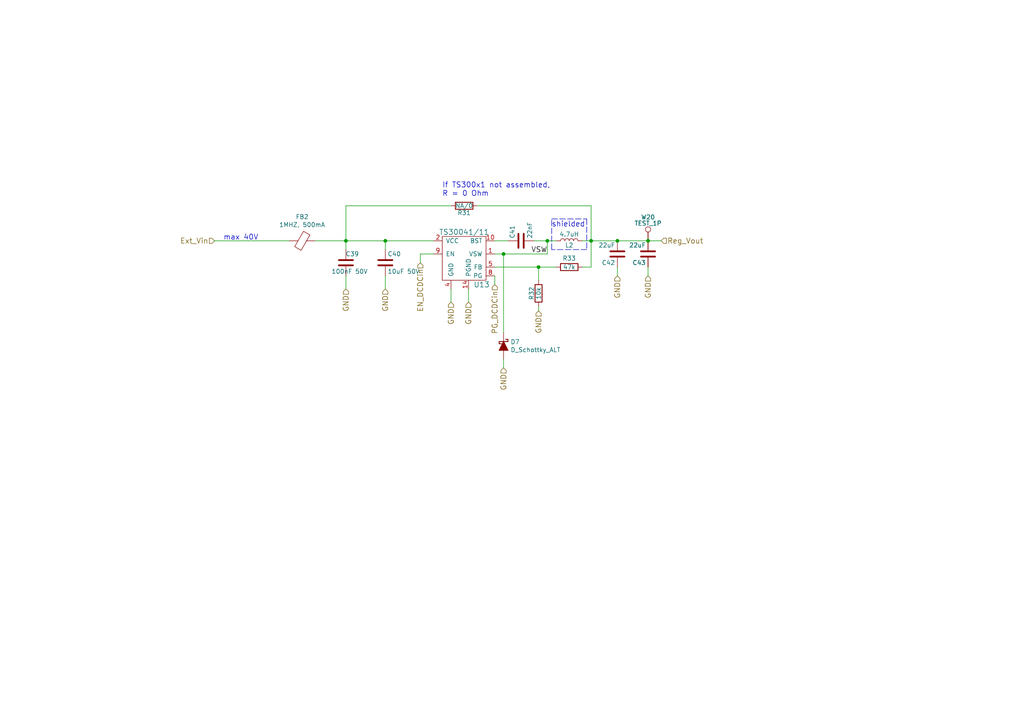
<source format=kicad_sch>
(kicad_sch (version 20231120) (generator "eeschema") (generator_version "8.0")
  (paper "A4")
  (lib_symbols
    (symbol "Connector:TestPoint" (pin_numbers hide) (pin_names (offset 0.762) hide)
      (property "Reference" "TP" (at 0 6.858 0))
      (property "Value" "TestPoint" (at 0 5.08 0))
      (symbol "TestPoint_0_1"
        (circle (center 0 3.302) (radius 0.762))
      )
      (symbol "TestPoint_1_1"
        (pin passive line (at 0 0 90) (length 2.54) (name "1") (number "1"))
      )
    )
    (symbol "Device:C" (pin_numbers hide) (pin_names (offset 0.254))
      (property "Reference" "C" (at 0.635 2.54 0))
      (property "Value" "C" (at 0.635 -2.54 0))
      (symbol "C_0_1"
        (polyline (pts (xy -2.032 -0.762) (xy 2.032 -0.762)) (stroke (width 0.508)))
        (polyline (pts (xy -2.032 0.762) (xy 2.032 0.762)) (stroke (width 0.508)))
      )
      (symbol "C_1_1"
        (pin passive line (at 0 3.81 270) (length 2.794) (name "~") (number "1"))
        (pin passive line (at 0 -3.81 90) (length 2.794) (name "~") (number "2"))
      )
    )
    (symbol "Device:L" (pin_numbers hide) (pin_names (offset 1.016) hide)
      (property "Reference" "L" (at -1.27 0 90))
      (property "Value" "L" (at 1.905 0 90))
      (symbol "L_0_1"
        (arc (start 0 -2.54) (mid 0.6323 -1.905) (end 0 -1.27))
        (arc (start 0 -1.27) (mid 0.6323 -0.635) (end 0 0))
        (arc (start 0 0) (mid 0.6323 0.635) (end 0 1.27))
        (arc (start 0 1.27) (mid 0.6323 1.905) (end 0 2.54))
      )
      (symbol "L_1_1"
        (pin passive line (at 0 3.81 270) (length 1.27) (name "1") (number "1"))
        (pin passive line (at 0 -3.81 90) (length 1.27) (name "2") (number "2"))
      )
    )
    (symbol "Device:R" (pin_numbers hide) (pin_names (offset 0))
      (property "Reference" "R" (at 2.032 0 90))
      (property "Value" "R" (at 0 0 90))
      (symbol "R_0_1"
        (rectangle (start -1.016 -2.54) (end 1.016 2.54) (stroke (width 0.254)))
      )
      (symbol "R_1_1"
        (pin passive line (at 0 3.81 270) (length 1.27) (name "~") (number "1"))
        (pin passive line (at 0 -3.81 90) (length 1.27) (name "~") (number "2"))
      )
    )
    (symbol "RadIIS_Mainboard-rescue:D_Schottky_ALT-Device" (pin_numbers hide) (pin_names (offset 1.016) hide)
      (property "Reference" "D" (at 0 2.54 0))
      (property "Value" "D_Schottky_ALT-Device" (at 0 -2.54 0))
      (symbol "D_Schottky_ALT-Device_0_1"
        (polyline (pts (xy 1.27 0) (xy -1.27 0)))
        (polyline (pts (xy 1.27 1.27) (xy 1.27 -1.27) (xy -1.27 0) (xy 1.27 1.27)) (stroke (width 0.254)) (fill (type outline)))
        (polyline (pts (xy -1.905 0.635) (xy -1.905 1.27) (xy -1.27 1.27) (xy -1.27 -1.27) (xy -0.635 -1.27) (xy -0.635 -0.635)) (stroke (width 0.254)))
      )
      (symbol "D_Schottky_ALT-Device_1_1"
        (pin passive line (at -3.81 0 0) (length 2.54) (name "K") (number "1"))
        (pin passive line (at 3.81 0 180) (length 2.54) (name "A") (number "2"))
      )
    )
    (symbol "RadIIS_Mainboard-rescue:Ferrite_Bead-Device" (pin_numbers hide) (pin_names (offset 0))
      (property "Reference" "FB" (at -3.81 0.635 90))
      (property "Value" "Ferrite_Bead-Device" (at 3.81 0 90))
      (symbol "Ferrite_Bead-Device_0_1"
        (polyline (pts (xy 0 -1.27) (xy 0 -1.2192)))
        (polyline (pts (xy 0 1.27) (xy 0 1.2954)))
        (polyline (pts (xy -2.7686 0.4064) (xy -1.7018 2.2606) (xy 2.7686 -0.3048) (xy 1.6764 -2.159) (xy -2.7686 0.4064)))
      )
      (symbol "Ferrite_Bead-Device_1_1"
        (pin passive line (at 0 3.81 270) (length 2.54) (name "~") (number "1"))
        (pin passive line (at 0 -3.81 90) (length 2.54) (name "~") (number "2"))
      )
    )
    (symbol "RadIIS_Mainboard:TS30041_11" (pin_names (offset 1.016))
      (property "Reference" "U" (at 5.08 -7.62 0))
      (property "Value" "TS30041_11" (at 0 7.62 0))
      (symbol "TS30041_11_0_1"
        (rectangle (start -6.35 6.35) (end 6.35 -6.35))
      )
      (symbol "TS30041_11_1_1"
        (pin input line (at 8.89 1.27 180) (length 2.54) (name "VSW") (number "1"))
        (pin input line (at 8.89 5.08 180) (length 2.54) (name "BST") (number "10"))
        (pin input line (at -8.89 5.08 0) (length 2.54) hide (name "VCC") (number "11"))
        (pin input line (at 8.89 1.27 180) (length 2.54) hide (name "VSW") (number "12"))
        (pin input line (at 8.89 1.27 180) (length 2.54) hide (name "VSW") (number "13"))
        (pin input line (at 1.27 -8.89 90) (length 2.54) (name "PGND") (number "14"))
        (pin input line (at 1.27 -8.89 90) (length 2.54) hide (name "PGND") (number "15"))
        (pin input line (at 8.89 1.27 180) (length 2.54) hide (name "VSW") (number "16"))
        (pin input line (at -3.81 -8.89 90) (length 2.54) hide (name "GND") (number "17"))
        (pin input line (at -8.89 5.08 0) (length 2.54) (name "VCC") (number "2"))
        (pin input line (at -8.89 5.08 0) (length 2.54) hide (name "VCC") (number "3"))
        (pin input line (at -3.81 -8.89 90) (length 2.54) (name "GND") (number "4"))
        (pin input line (at 8.89 -2.54 180) (length 2.54) (name "FB") (number "5"))
        (pin input non_logic (at -2.54 -1.27 90) (length 2.54) hide (name "NC") (number "6"))
        (pin input non_logic (at -2.54 -1.27 90) (length 2.54) hide (name "NC") (number "7"))
        (pin input line (at 8.89 -5.08 180) (length 2.54) (name "PG") (number "8"))
        (pin input line (at -8.89 1.27 0) (length 2.54) (name "EN") (number "9"))
      )
    )
  )
  (junction (at 187.96 69.85))
  (junction (at 171.45 69.85))
  (junction (at 100.33 69.85))
  (junction (at 158.75 69.85))
  (junction (at 179.07 69.85))
  (junction (at 111.76 69.85))
  (junction (at 156.21 77.47))
  (junction (at 146.05 73.66))
  (wire (pts (xy 130.81 83.82) (xy 130.81 87.63)))
  (wire (pts (xy 154.94 69.85) (xy 158.75 69.85)))
  (wire (pts (xy 111.76 80.01) (xy 111.76 83.82)))
  (polyline (pts (xy 160.02 63.5) (xy 170.18 63.5)) (stroke (width 0) (type dash)))
  (wire (pts (xy 146.05 106.68) (xy 146.05 104.14)))
  (wire (pts (xy 111.76 72.39) (xy 111.76 69.85)))
  (wire (pts (xy 156.21 81.28) (xy 156.21 77.47)))
  (wire (pts (xy 156.21 77.47) (xy 161.29 77.47)))
  (wire (pts (xy 171.45 69.85) (xy 179.07 69.85)))
  (wire (pts (xy 83.82 69.85) (xy 62.23 69.85)))
  (wire (pts (xy 121.92 76.2) (xy 121.92 73.66)))
  (wire (pts (xy 187.96 69.85) (xy 191.77 69.85)))
  (wire (pts (xy 156.21 88.9) (xy 156.21 90.17)))
  (wire (pts (xy 161.29 69.85) (xy 158.75 69.85)))
  (wire (pts (xy 143.51 73.66) (xy 146.05 73.66)))
  (wire (pts (xy 143.51 69.85) (xy 147.32 69.85)))
  (polyline (pts (xy 170.18 63.5) (xy 170.18 72.39)) (stroke (width 0) (type dash)))
  (wire (pts (xy 168.91 77.47) (xy 171.45 77.47)))
  (wire (pts (xy 158.75 69.85) (xy 158.75 73.66)))
  (polyline (pts (xy 160.02 72.39) (xy 160.02 63.5)) (stroke (width 0) (type dash)))
  (wire (pts (xy 146.05 73.66) (xy 158.75 73.66)))
  (wire (pts (xy 135.89 83.82) (xy 135.89 87.63)))
  (wire (pts (xy 91.44 69.85) (xy 100.33 69.85)))
  (wire (pts (xy 100.33 69.85) (xy 111.76 69.85)))
  (wire (pts (xy 111.76 69.85) (xy 125.73 69.85)))
  (wire (pts (xy 138.43 59.69) (xy 171.45 59.69)))
  (wire (pts (xy 146.05 96.52) (xy 146.05 73.66)))
  (wire (pts (xy 179.07 69.85) (xy 187.96 69.85)))
  (wire (pts (xy 100.33 72.39) (xy 100.33 69.85)))
  (wire (pts (xy 100.33 59.69) (xy 100.33 69.85)))
  (wire (pts (xy 130.81 59.69) (xy 100.33 59.69)))
  (wire (pts (xy 179.07 80.01) (xy 179.07 77.47)))
  (wire (pts (xy 171.45 59.69) (xy 171.45 69.85)))
  (wire (pts (xy 121.92 73.66) (xy 125.73 73.66)))
  (wire (pts (xy 187.96 80.01) (xy 187.96 77.47)))
  (wire (pts (xy 143.51 82.55) (xy 143.51 80.01)))
  (wire (pts (xy 143.51 77.47) (xy 156.21 77.47)))
  (wire (pts (xy 100.33 83.82) (xy 100.33 80.01)))
  (wire (pts (xy 168.91 69.85) (xy 171.45 69.85)))
  (polyline (pts (xy 170.18 72.39) (xy 160.02 72.39)) (stroke (width 0) (type dash)))
  (wire (pts (xy 171.45 69.85) (xy 171.45 77.47)))
  (text "If TS300x1 not assembled,\nR = 0 Ohm" (at 128.27 57.15 0) (effects (font (size 1.524 1.524)) (justify left bottom)))
  (text "max 40V" (at 64.77 69.85 0) (effects (font (size 1.524 1.524)) (justify left bottom)))
  (text "shielded" (at 160.02 66.04 0) (effects (font (size 1.524 1.524)) (justify left bottom)))
  (label "VSW" (at 158.75 73.66 180) (effects (font (size 1.524 1.524))))
  (hierarchical_label "GND" (shape input) (at 100.33 83.82 270) (effects (font (size 1.524 1.524))))
  (hierarchical_label "EN_DCDCin" (shape input) (at 121.92 76.2 270) (effects (font (size 1.524 1.524))))
  (hierarchical_label "GND" (shape input) (at 179.07 80.01 270) (effects (font (size 1.524 1.524))))
  (hierarchical_label "GND" (shape input) (at 135.89 87.63 270) (effects (font (size 1.524 1.524))))
  (hierarchical_label "Reg_Vout" (shape input) (at 191.77 69.85 0) (effects (font (size 1.524 1.524))))
  (hierarchical_label "PG_DCDCin" (shape input) (at 143.51 82.55 270) (effects (font (size 1.524 1.524))))
  (hierarchical_label "GND" (shape input) (at 156.21 90.17 270) (effects (font (size 1.524 1.524))))
  (hierarchical_label "Ext_Vin" (shape input) (at 62.23 69.85 180) (effects (font (size 1.524 1.524))))
  (hierarchical_label "GND" (shape input) (at 130.81 87.63 270) (effects (font (size 1.524 1.524))))
  (hierarchical_label "GND" (shape input) (at 187.96 80.01 270) (effects (font (size 1.524 1.524))))
  (hierarchical_label "GND" (shape input) (at 146.05 106.68 270) (effects (font (size 1.524 1.524))))
  (hierarchical_label "GND" (shape input) (at 111.76 83.82 270) (effects (font (size 1.524 1.524))))
  (symbol (lib_id "Device:C") (at 111.76 76.2 0) (unit 1)
    (property "Reference" "C40" (at 112.395 73.66 0) (effects (justify left)))
    (property "Value" "10uF 50V" (at 112.395 78.74 0) (effects (justify left)))
    (property "Footprint" "Capacitor_SMD:C_1206_3216Metric" (effects (hide yes)))
    (property "Digikey Nr" "1276-6736-1-ND" (effects (hide yes)))
    (property "Digikey Price" "0.27" (effects (hide yes)))
  )
  (symbol (lib_id "Device:C") (at 151.13 69.85 90) (unit 1)
    (property "Reference" "C41" (at 148.59 69.215 0) (effects (justify left)))
    (property "Value" "22nF" (at 153.67 69.215 0) (effects (justify left)))
    (property "Footprint" "Capacitor_SMD:C_0603_1608Metric" (effects (hide yes)))
    (property "Digikey Nr" "399-1280-1-ND " (effects (hide yes)))
    (property "Digikey Price" "0.09" (effects (hide yes)))
  )
  (symbol (lib_id "Device:L") (at 165.1 69.85 90) (unit 1)
    (property "Reference" "L2" (at 165.1 71.12 90))
    (property "Value" "4.7uH" (at 165.1 67.945 90))
    (property "Footprint" "Inductor_SMD:L_Taiyo-Yuden_NR-50xx" (effects (hide yes)))
    (property "Datasheet" "https://www.yuden.co.jp/productdata/catalog/wound04_e.pdf" (effects (hide yes)))
    (property "Type" " NRS5020T4R7MMGJ" (effects (hide yes)))
    (property "Digikey Nr" " 587-2407-1-ND " (effects (hide yes)))
    (property "Digikey Price" "0,30" (effects (hide yes)))
  )
  (symbol (lib_id "Device:C") (at 179.07 73.66 180) (unit 1)
    (property "Reference" "C42" (at 178.435 76.2 0) (effects (justify left)))
    (property "Value" "22uF" (at 178.435 71.12 0) (effects (justify left)))
    (property "Footprint" "Capacitor_SMD:C_0805_2012Metric" (effects (hide yes)))
    (property "Type" "C2012X5R1A226K125AB" (effects (hide yes)))
    (property "Digikey Nr" "1276-6780-1-ND" (effects (hide yes)))
    (property "Digikey Price" "0.27" (effects (hide yes)))
  )
  (symbol (lib_id "Device:R") (at 134.62 59.69 270) (unit 1)
    (property "Reference" "R31" (at 134.62 61.722 90))
    (property "Value" "NA/0" (at 134.62 59.69 90))
    (property "Footprint" "Resistor_SMD:R_0603_1608Metric" (effects (hide yes)))
    (property "Digikey Nr" "311-0.0GRCT-ND" (effects (hide yes)))
    (property "Digikey Price" "0.09" (effects (hide yes)))
  )
  (symbol (lib_id "Device:C") (at 100.33 76.2 180) (unit 1)
    (property "Reference" "C39" (at 104.14 73.66 0) (effects (justify left)))
    (property "Value" "100nF 50V" (at 106.68 78.74 0) (effects (justify left)))
    (property "Footprint" "Capacitor_SMD:C_0603_1608Metric" (effects (hide yes)))
    (property "Digikey Nr" " 1292-1392-1-ND" (effects (hide yes)))
    (property "Digikey Price" "0.09" (effects (hide yes)))
  )
  (symbol (lib_id "Device:R") (at 165.1 77.47 270) (unit 1)
    (property "Reference" "R33" (at 165.1 74.93 90))
    (property "Value" "47k" (at 165.1 77.47 90))
    (property "Footprint" "Resistor_SMD:R_0603_1608Metric" (effects (hide yes)))
    (property "Digikey Nr" "311-47.0KHRCT-ND" (effects (hide yes)))
    (property "Digikey Price" "0.09" (effects (hide yes)))
  )
  (symbol (lib_id "Device:R") (at 156.21 85.09 180) (unit 1)
    (property "Reference" "R32" (at 154.178 85.09 90))
    (property "Value" "10k" (at 156.21 85.09 90))
    (property "Footprint" "Resistor_SMD:R_0603_1608Metric" (effects (hide yes)))
    (property "Digikey Nr" "311-10.0KHRCT-ND" (effects (hide yes)))
    (property "Digikey Price" "0.09" (effects (hide yes)))
  )
  (symbol (lib_id "Device:C") (at 187.96 73.66 180) (unit 1)
    (property "Reference" "C43" (at 187.325 76.2 0) (effects (justify left)))
    (property "Value" "22uF" (at 187.325 71.12 0) (effects (justify left)))
    (property "Footprint" "Capacitor_SMD:C_0805_2012Metric" (effects (hide yes)))
    (property "Type" "C2012X5R1A226K125AB" (effects (hide yes)))
    (property "Digikey Nr" "1276-6780-1-ND" (effects (hide yes)))
    (property "Digikey Price" "0.27" (effects (hide yes)))
  )
  (symbol (lib_id "Connector:TestPoint") (at 187.96 69.85 0) (unit 1)
    (property "Reference" "W20" (at 187.96 62.992 0))
    (property "Value" "TEST_1P" (at 187.96 64.77 0))
    (property "Footprint" "TestPoint:TestPoint_Pad_D1.0mm" (effects (hide yes)))
    (property "Digikey Nr" "NA" (effects (hide yes)))
  )
  (symbol (lib_id "RadIIS_Mainboard:TS30041_11") (at 134.62 74.93 0) (unit 1)
    (property "Reference" "U13" (at 139.7 82.55 0) (effects (font (size 1.524 1.524))))
    (property "Value" "TS30041/11" (at 134.62 67.31 0) (effects (font (size 1.524 1.524))))
    (property "Footprint" "Housings_DFN_QFN:QFN-16-1EP_3x3mm_Pitch0.5mm" (effects (hide yes)))
    (property "Datasheet" "https://www.semtech.com/uploads/documents/ts3004x.pdf" (effects (hide yes)))
    (property "Comment" "Maybe switch to fixed?" (effects (hide yes)))
    (property "Digikey Nr" "TS30041-M000QFNRCT-ND" (effects (hide yes)))
    (property "Digikey Price" "1.38" (effects (hide yes)))
  )
  (symbol (lib_id "RadIIS_Mainboard-rescue:D_Schottky_ALT-Device") (at 146.05 100.33 270) (unit 1)
    (property "Reference" "D7" (at 148.0566 99.1616 90) (effects (justify left)))
    (property "Value" "D_Schottky_ALT" (at 148.0566 101.473 90) (effects (justify left)))
    (property "Footprint" "Diode_SMD:D_SOD-123F" (effects (hide yes)))
    (property "Datasheet" "https://www.onsemi.com/pub/Collateral/MBR230LSFT1-D.PDF" (effects (hide yes)))
    (property "Digikey Nr" "MBR230LSFT1GOSCT-ND" (effects (hide yes)))
    (property "Digikey Price" "0.39" (effects (hide yes)))
  )
  (symbol (lib_id "RadIIS_Mainboard-rescue:Ferrite_Bead-Device") (at 87.63 69.85 270) (unit 1)
    (property "Reference" "FB2" (at 87.63 62.8904 90))
    (property "Value" "1MHZ, 500mA" (at 87.63 65.2018 90))
    (property "Footprint" "Inductor_SMD:L_0603_1608Metric" (effects (hide yes)))
    (property "Datasheet" "https://product.tdk.com/info/en/catalog/datasheets/beads_commercial_power_mpz1608_en.pdf" (effects (hide yes)))
    (property "Digikey Nr" " 445-2205-1-ND" (effects (hide yes)))
    (property "Digikey Price" "0.09" (effects (hide yes)))
  )
)
</source>
